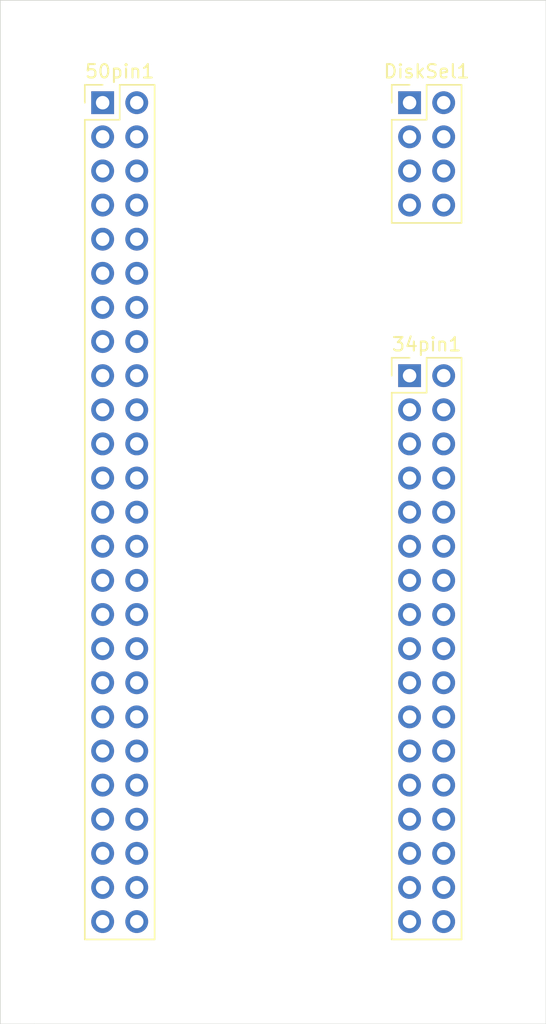
<source format=kicad_pcb>
(kicad_pcb (version 20240108) (generator "pcbnew") (generator_version "8.0")
  (layers (0 "F.Cu" signal) (31 "B.Cu" signal) (34 "B.Paste" user) (35 "F.Paste" user) (36 "B.SilkS" user "B.Silkscreen") (37 "F.SilkS" user "F.Silkscreen") (38 "B.Mask" user) (39 "F.Mask" user) (44 "Edge.Cuts" user))
  (net 0 "")
  (net 1 "GND")
  (net 2 "/~{InUse}")
  (net 3 "/~{Direction}")
  (net 4 "Net-(34pin1-Pin_6)")
  (net 5 "Net-(34pin1-Pin_10)")
  (net 6 "/~{WriteData}")
  (net 7 "/~{ReadData}")
  (net 8 "/~{DiskSelect1}")
  (net 9 "/~{Track00}")
  (net 10 "/~{HeadLoad}")
  (net 11 "Net-(34pin1-Pin_14)")
  (net 12 "/~{SideSelect}")
  (net 13 "/~{Index}")
  (net 14 "/~{WriteProtect}")
  (net 15 "/~{Step}")
  (net 16 "/~{WriteGate}")
  (net 17 "/~{DiskChange}")
  (net 18 "/~{DENSEL}")
  (net 19 "/~{TrueReady}")
  (net 20 "/~{TwoSided}")
  (net 21 "/~{DiskSelect0}")
  (net 22 "/~{SepData}")
  (net 24 "/~{DiskSelect2}")
  (net 25 "/~{Track>43}")
  (net 26 "/~{DiskSelect3}")
  (net 28 "/~{Sector}")
  (net 29 "/~{SepClock}")
  (footprint "Connector_PinHeader_2.54mm:PinHeader_2x04_P2.54mm_Vertical" (layer "F.Cu") (at 121.92 76.2)
    (property "Reference" "DiskSel1" (at 1.27 -2.33 0) (layer "F.SilkS"))
    (property "Value" "Conn_02x04_Odd_Even" (hide yes))
    (fp_line (start -1.33 -1.33) (end 0 -1.33) (stroke (width 0.12)) (layer "F.SilkS"))
    (fp_line (start -1.33 0) (end -1.33 -1.33) (stroke (width 0.12)) (layer "F.SilkS"))
    (fp_line (start -1.33 1.27) (end -1.33 8.95) (stroke (width 0.12)) (layer "F.SilkS"))
    (fp_line (start -1.33 1.27) (end 1.27 1.27) (stroke (width 0.12)) (layer "F.SilkS"))
    (fp_line (start -1.33 8.95) (end 3.87 8.95) (stroke (width 0.12)) (layer "F.SilkS"))
    (fp_line (start 1.27 -1.33) (end 3.87 -1.33) (stroke (width 0.12)) (layer "F.SilkS"))
    (fp_line (start 1.27 1.27) (end 1.27 -1.33) (stroke (width 0.12)) (layer "F.SilkS"))
    (fp_line (start 3.87 -1.33) (end 3.87 8.95) (stroke (width 0.12)) (layer "F.SilkS"))
    (pad "1" thru_hole rect (at 0 0) (size 1.7 1.7) (drill 1) (layers "*.Cu" "*.Mask") (net 21 "/~{DiskSelect0}"))
    (pad "2" thru_hole oval (at 2.54 0) (size 1.7 1.7) (drill 1) (layers "*.Cu" "*.Mask") (net 5 "Net-(34pin1-Pin_10)"))
    (pad "3" thru_hole oval (at 0 2.54) (size 1.7 1.7) (drill 1) (layers "*.Cu" "*.Mask") (net 8 "/~{DiskSelect1}"))
    (pad "4" thru_hole oval (at 2.54 2.54) (size 1.7 1.7) (drill 1) (layers "*.Cu" "*.Mask") (net 8 "/~{DiskSelect1}"))
    (pad "5" thru_hole oval (at 0 5.08) (size 1.7 1.7) (drill 1) (layers "*.Cu" "*.Mask") (net 24 "/~{DiskSelect2}"))
    (pad "6" thru_hole oval (at 2.54 5.08) (size 1.7 1.7) (drill 1) (layers "*.Cu" "*.Mask") (net 11 "Net-(34pin1-Pin_14)"))
    (pad "7" thru_hole oval (at 0 7.62) (size 1.7 1.7) (drill 1) (layers "*.Cu" "*.Mask") (net 26 "/~{DiskSelect3}"))
    (pad "8" thru_hole oval (at 2.54 7.62) (size 1.7 1.7) (drill 1) (layers "*.Cu" "*.Mask") (net 4 "Net-(34pin1-Pin_6)"))
  )
  (footprint "Connector_PinHeader_2.54mm:PinHeader_2x25_P2.54mm_Vertical" (layer "F.Cu") (at 99.06 76.2)
    (property "Reference" "50pin1" (at 1.27 -2.33 0) (layer "F.SilkS"))
    (property "Value" "Conn_02x25_Odd_Even" (hide yes))
    (fp_line (start -1.33 -1.33) (end 0 -1.33) (stroke (width 0.12)) (layer "F.SilkS"))
    (fp_line (start -1.33 0) (end -1.33 -1.33) (stroke (width 0.12)) (layer "F.SilkS"))
    (fp_line (start -1.33 1.27) (end -1.33 62.29) (stroke (width 0.12)) (layer "F.SilkS"))
    (fp_line (start -1.33 1.27) (end 1.27 1.27) (stroke (width 0.12)) (layer "F.SilkS"))
    (fp_line (start -1.33 62.29) (end 3.87 62.29) (stroke (width 0.12)) (layer "F.SilkS"))
    (fp_line (start 1.27 -1.33) (end 3.87 -1.33) (stroke (width 0.12)) (layer "F.SilkS"))
    (fp_line (start 1.27 1.27) (end 1.27 -1.33) (stroke (width 0.12)) (layer "F.SilkS"))
    (fp_line (start 3.87 -1.33) (end 3.87 62.29) (stroke (width 0.12)) (layer "F.SilkS"))
    (pad "1" thru_hole rect (at 0 0) (size 1.7 1.7) (drill 1) (layers "*.Cu" "*.Mask") (net 1 "GND"))
    (pad "2" thru_hole oval (at 2.54 0) (size 1.7 1.7) (drill 1) (layers "*.Cu" "*.Mask") (net 25 "/~{Track>43}"))
    (pad "3" thru_hole oval (at 0 2.54) (size 1.7 1.7) (drill 1) (layers "*.Cu" "*.Mask") (net 1 "GND"))
    (pad "4" thru_hole oval (at 2.54 2.54) (size 1.7 1.7) (drill 1) (layers "*.Cu" "*.Mask"))
    (pad "5" thru_hole oval (at 0 5.08) (size 1.7 1.7) (drill 1) (layers "*.Cu" "*.Mask") (net 1 "GND"))
    (pad "6" thru_hole oval (at 2.54 5.08) (size 1.7 1.7) (drill 1) (layers "*.Cu" "*.Mask"))
    (pad "7" thru_hole oval (at 0 7.62) (size 1.7 1.7) (drill 1) (layers "*.Cu" "*.Mask") (net 1 "GND"))
    (pad "8" thru_hole oval (at 2.54 7.62) (size 1.7 1.7) (drill 1) (layers "*.Cu" "*.Mask") (net 19 "/~{TrueReady}"))
    (pad "9" thru_hole oval (at 0 10.16) (size 1.7 1.7) (drill 1) (layers "*.Cu" "*.Mask") (net 1 "GND"))
    (pad "10" thru_hole oval (at 2.54 10.16) (size 1.7 1.7) (drill 1) (layers "*.Cu" "*.Mask") (net 20 "/~{TwoSided}"))
    (pad "11" thru_hole oval (at 0 12.7) (size 1.7 1.7) (drill 1) (layers "*.Cu" "*.Mask") (net 1 "GND"))
    (pad "12" thru_hole oval (at 2.54 12.7) (size 1.7 1.7) (drill 1) (layers "*.Cu" "*.Mask") (net 17 "/~{DiskChange}"))
    (pad "13" thru_hole oval (at 0 15.24) (size 1.7 1.7) (drill 1) (layers "*.Cu" "*.Mask") (net 1 "GND"))
    (pad "14" thru_hole oval (at 2.54 15.24) (size 1.7 1.7) (drill 1) (layers "*.Cu" "*.Mask") (net 12 "/~{SideSelect}"))
    (pad "15" thru_hole oval (at 0 17.78) (size 1.7 1.7) (drill 1) (layers "*.Cu" "*.Mask") (net 1 "GND"))
    (pad "16" thru_hole oval (at 2.54 17.78) (size 1.7 1.7) (drill 1) (layers "*.Cu" "*.Mask") (net 2 "/~{InUse}"))
    (pad "17" thru_hole oval (at 0 20.32) (size 1.7 1.7) (drill 1) (layers "*.Cu" "*.Mask") (net 1 "GND"))
    (pad "18" thru_hole oval (at 2.54 20.32) (size 1.7 1.7) (drill 1) (layers "*.Cu" "*.Mask") (net 10 "/~{HeadLoad}"))
    (pad "19" thru_hole oval (at 0 22.86) (size 1.7 1.7) (drill 1) (layers "*.Cu" "*.Mask") (net 1 "GND"))
    (pad "20" thru_hole oval (at 2.54 22.86) (size 1.7 1.7) (drill 1) (layers "*.Cu" "*.Mask") (net 13 "/~{Index}"))
    (pad "21" thru_hole oval (at 0 25.4) (size 1.7 1.7) (drill 1) (layers "*.Cu" "*.Mask") (net 1 "GND"))
    (pad "22" thru_hole oval (at 2.54 25.4) (size 1.7 1.7) (drill 1) (layers "*.Cu" "*.Mask") (net 17 "/~{DiskChange}"))
    (pad "23" thru_hole oval (at 0 27.94) (size 1.7 1.7) (drill 1) (layers "*.Cu" "*.Mask") (net 1 "GND"))
    (pad "24" thru_hole oval (at 2.54 27.94) (size 1.7 1.7) (drill 1) (layers "*.Cu" "*.Mask") (net 28 "/~{Sector}"))
    (pad "25" thru_hole oval (at 0 30.48) (size 1.7 1.7) (drill 1) (layers "*.Cu" "*.Mask") (net 1 "GND"))
    (pad "26" thru_hole oval (at 2.54 30.48) (size 1.7 1.7) (drill 1) (layers "*.Cu" "*.Mask") (net 21 "/~{DiskSelect0}"))
    (pad "27" thru_hole oval (at 0 33.02) (size 1.7 1.7) (drill 1) (layers "*.Cu" "*.Mask") (net 1 "GND"))
    (pad "28" thru_hole oval (at 2.54 33.02) (size 1.7 1.7) (drill 1) (layers "*.Cu" "*.Mask") (net 8 "/~{DiskSelect1}"))
    (pad "29" thru_hole oval (at 0 35.56) (size 1.7 1.7) (drill 1) (layers "*.Cu" "*.Mask") (net 1 "GND"))
    (pad "30" thru_hole oval (at 2.54 35.56) (size 1.7 1.7) (drill 1) (layers "*.Cu" "*.Mask") (net 24 "/~{DiskSelect2}"))
    (pad "31" thru_hole oval (at 0 38.1) (size 1.7 1.7) (drill 1) (layers "*.Cu" "*.Mask") (net 1 "GND"))
    (pad "32" thru_hole oval (at 2.54 38.1) (size 1.7 1.7) (drill 1) (layers "*.Cu" "*.Mask") (net 26 "/~{DiskSelect3}"))
    (pad "33" thru_hole oval (at 0 40.64) (size 1.7 1.7) (drill 1) (layers "*.Cu" "*.Mask") (net 1 "GND"))
    (pad "34" thru_hole oval (at 2.54 40.64) (size 1.7 1.7) (drill 1) (layers "*.Cu" "*.Mask") (net 3 "/~{Direction}"))
    (pad "35" thru_hole oval (at 0 43.18) (size 1.7 1.7) (drill 1) (layers "*.Cu" "*.Mask") (net 1 "GND"))
    (pad "36" thru_hole oval (at 2.54 43.18) (size 1.7 1.7) (drill 1) (layers "*.Cu" "*.Mask") (net 15 "/~{Step}"))
    (pad "37" thru_hole oval (at 0 45.72) (size 1.7 1.7) (drill 1) (layers "*.Cu" "*.Mask") (net 1 "GND"))
    (pad "38" thru_hole oval (at 2.54 45.72) (size 1.7 1.7) (drill 1) (layers "*.Cu" "*.Mask") (net 6 "/~{WriteData}"))
    (pad "39" thru_hole oval (at 0 48.26) (size 1.7 1.7) (drill 1) (layers "*.Cu" "*.Mask") (net 1 "GND"))
    (pad "40" thru_hole oval (at 2.54 48.26) (size 1.7 1.7) (drill 1) (layers "*.Cu" "*.Mask") (net 16 "/~{WriteGate}"))
    (pad "41" thru_hole oval (at 0 50.8) (size 1.7 1.7) (drill 1) (layers "*.Cu" "*.Mask") (net 1 "GND"))
    (pad "42" thru_hole oval (at 2.54 50.8) (size 1.7 1.7) (drill 1) (layers "*.Cu" "*.Mask") (net 9 "/~{Track00}"))
    (pad "43" thru_hole oval (at 0 53.34) (size 1.7 1.7) (drill 1) (layers "*.Cu" "*.Mask") (net 1 "GND"))
    (pad "44" thru_hole oval (at 2.54 53.34) (size 1.7 1.7) (drill 1) (layers "*.Cu" "*.Mask") (net 14 "/~{WriteProtect}"))
    (pad "45" thru_hole oval (at 0 55.88) (size 1.7 1.7) (drill 1) (layers "*.Cu" "*.Mask") (net 1 "GND"))
    (pad "46" thru_hole oval (at 2.54 55.88) (size 1.7 1.7) (drill 1) (layers "*.Cu" "*.Mask") (net 7 "/~{ReadData}"))
    (pad "47" thru_hole oval (at 0 58.42) (size 1.7 1.7) (drill 1) (layers "*.Cu" "*.Mask") (net 1 "GND"))
    (pad "48" thru_hole oval (at 2.54 58.42) (size 1.7 1.7) (drill 1) (layers "*.Cu" "*.Mask") (net 22 "/~{SepData}"))
    (pad "49" thru_hole oval (at 0 60.96) (size 1.7 1.7) (drill 1) (layers "*.Cu" "*.Mask") (net 1 "GND"))
    (pad "50" thru_hole oval (at 2.54 60.96) (size 1.7 1.7) (drill 1) (layers "*.Cu" "*.Mask") (net 29 "/~{SepClock}"))
  )
  (footprint "Connector_PinHeader_2.54mm:PinHeader_2x17_P2.54mm_Vertical" (layer "F.Cu") (at 121.92 96.52)
    (property "Reference" "34pin1" (at 1.27 -2.33 360) (layer "F.SilkS"))
    (property "Value" "Conn_02x17_Odd_Even" (hide yes))
    (fp_line (start -1.33 -1.33) (end 0 -1.33) (stroke (width 0.12)) (layer "F.SilkS"))
    (fp_line (start -1.33 0) (end -1.33 -1.33) (stroke (width 0.12)) (layer "F.SilkS"))
    (fp_line (start -1.33 1.27) (end -1.33 41.97) (stroke (width 0.12)) (layer "F.SilkS"))
    (fp_line (start -1.33 1.27) (end 1.27 1.27) (stroke (width 0.12)) (layer "F.SilkS"))
    (fp_line (start -1.33 41.97) (end 3.87 41.97) (stroke (width 0.12)) (layer "F.SilkS"))
    (fp_line (start 1.27 -1.33) (end 3.87 -1.33) (stroke (width 0.12)) (layer "F.SilkS"))
    (fp_line (start 1.27 1.27) (end 1.27 -1.33) (stroke (width 0.12)) (layer "F.SilkS"))
    (fp_line (start 3.87 -1.33) (end 3.87 41.97) (stroke (width 0.12)) (layer "F.SilkS"))
    (pad "1" thru_hole rect (at 0 0) (size 1.7 1.7) (drill 1) (layers "*.Cu" "*.Mask") (net 1 "GND"))
    (pad "2" thru_hole oval (at 2.54 0) (size 1.7 1.7) (drill 1) (layers "*.Cu" "*.Mask") (net 18 "/~{DENSEL}"))
    (pad "3" thru_hole oval (at 0 2.54) (size 1.7 1.7) (drill 1) (layers "*.Cu" "*.Mask") (net 1 "GND"))
    (pad "4" thru_hole oval (at 2.54 2.54) (size 1.7 1.7) (drill 1) (layers "*.Cu" "*.Mask") (net 2 "/~{InUse}"))
    (pad "5" thru_hole oval (at 0 5.08) (size 1.7 1.7) (drill 1) (layers "*.Cu" "*.Mask") (net 1 "GND"))
    (pad "6" thru_hole oval (at 2.54 5.08) (size 1.7 1.7) (drill 1) (layers "*.Cu" "*.Mask") (net 4 "Net-(34pin1-Pin_6)"))
    (pad "7" thru_hole oval (at 0 7.62) (size 1.7 1.7) (drill 1) (layers "*.Cu" "*.Mask") (net 1 "GND"))
    (pad "8" thru_hole oval (at 2.54 7.62) (size 1.7 1.7) (drill 1) (layers "*.Cu" "*.Mask") (net 13 "/~{Index}"))
    (pad "9" thru_hole oval (at 0 10.16) (size 1.7 1.7) (drill 1) (layers "*.Cu" "*.Mask") (net 1 "GND"))
    (pad "10" thru_hole oval (at 2.54 10.16) (size 1.7 1.7) (drill 1) (layers "*.Cu" "*.Mask") (net 5 "Net-(34pin1-Pin_10)"))
    (pad "11" thru_hole oval (at 0 12.7) (size 1.7 1.7) (drill 1) (layers "*.Cu" "*.Mask") (net 1 "GND"))
    (pad "12" thru_hole oval (at 2.54 12.7) (size 1.7 1.7) (drill 1) (layers "*.Cu" "*.Mask") (net 8 "/~{DiskSelect1}"))
    (pad "13" thru_hole oval (at 0 15.24) (size 1.7 1.7) (drill 1) (layers "*.Cu" "*.Mask") (net 1 "GND"))
    (pad "14" thru_hole oval (at 2.54 15.24) (size 1.7 1.7) (drill 1) (layers "*.Cu" "*.Mask") (net 11 "Net-(34pin1-Pin_14)"))
    (pad "15" thru_hole oval (at 0 17.78) (size 1.7 1.7) (drill 1) (layers "*.Cu" "*.Mask") (net 1 "GND"))
    (pad "16" thru_hole oval (at 2.54 17.78) (size 1.7 1.7) (drill 1) (layers "*.Cu" "*.Mask") (net 10 "/~{HeadLoad}"))
    (pad "17" thru_hole oval (at 0 20.32) (size 1.7 1.7) (drill 1) (layers "*.Cu" "*.Mask") (net 1 "GND"))
    (pad "18" thru_hole oval (at 2.54 20.32) (size 1.7 1.7) (drill 1) (layers "*.Cu" "*.Mask") (net 3 "/~{Direction}"))
    (pad "19" thru_hole oval (at 0 22.86) (size 1.7 1.7) (drill 1) (layers "*.Cu" "*.Mask") (net 1 "GND"))
    (pad "20" thru_hole oval (at 2.54 22.86) (size 1.7 1.7) (drill 1) (layers "*.Cu" "*.Mask") (net 15 "/~{Step}"))
    (pad "21" thru_hole oval (at 0 25.4) (size 1.7 1.7) (drill 1) (layers "*.Cu" "*.Mask") (net 1 "GND"))
    (pad "22" thru_hole oval (at 2.54 25.4) (size 1.7 1.7) (drill 1) (layers "*.Cu" "*.Mask") (net 6 "/~{WriteData}"))
    (pad "23" thru_hole oval (at 0 27.94) (size 1.7 1.7) (drill 1) (layers "*.Cu" "*.Mask") (net 1 "GND"))
    (pad "24" thru_hole oval (at 2.54 27.94) (size 1.7 1.7) (drill 1) (layers "*.Cu" "*.Mask") (net 16 "/~{WriteGate}"))
    (pad "25" thru_hole oval (at 0 30.48) (size 1.7 1.7) (drill 1) (layers "*.Cu" "*.Mask") (net 1 "GND"))
    (pad "26" thru_hole oval (at 2.54 30.48) (size 1.7 1.7) (drill 1) (layers "*.Cu" "*.Mask") (net 9 "/~{Track00}"))
    (pad "27" thru_hole oval (at 0 33.02) (size 1.7 1.7) (drill 1) (layers "*.Cu" "*.Mask") (net 1 "GND"))
    (pad "28" thru_hole oval (at 2.54 33.02) (size 1.7 1.7) (drill 1) (layers "*.Cu" "*.Mask") (net 14 "/~{WriteProtect}"))
    (pad "29" thru_hole oval (at 0 35.56) (size 1.7 1.7) (drill 1) (layers "*.Cu" "*.Mask") (net 1 "GND"))
    (pad "30" thru_hole oval (at 2.54 35.56) (size 1.7 1.7) (drill 1) (layers "*.Cu" "*.Mask") (net 7 "/~{ReadData}"))
    (pad "31" thru_hole oval (at 0 38.1) (size 1.7 1.7) (drill 1) (layers "*.Cu" "*.Mask") (net 1 "GND"))
    (pad "32" thru_hole oval (at 2.54 38.1) (size 1.7 1.7) (drill 1) (layers "*.Cu" "*.Mask") (net 12 "/~{SideSelect}"))
    (pad "33" thru_hole oval (at 0 40.64) (size 1.7 1.7) (drill 1) (layers "*.Cu" "*.Mask") (net 1 "GND"))
    (pad "34" thru_hole oval (at 2.54 40.64) (size 1.7 1.7) (drill 1) (layers "*.Cu" "*.Mask") (net 17 "/~{DiskChange}"))
  )
  (gr_line (start 132.08 68.58) (end 132.08 144.78) (stroke (width 0.05)) (layer "Edge.Cuts"))
  (gr_line (start 91.44 68.58) (end 132.08 68.58) (stroke (width 0.05)) (layer "Edge.Cuts"))
  (gr_line (start 93.98 144.78) (end 91.44 144.78) (stroke (width 0.05)) (layer "Edge.Cuts"))
  (gr_line (start 132.08 144.78) (end 93.98 144.78) (stroke (width 0.05)) (layer "Edge.Cuts"))
  (gr_line (start 91.44 76.2) (end 91.44 68.58) (stroke (width 0.05)) (layer "Edge.Cuts"))
  (gr_line (start 91.44 144.78) (end 91.44 76.2) (stroke (width 0.05)) (layer "Edge.Cuts"))
)
</source>
